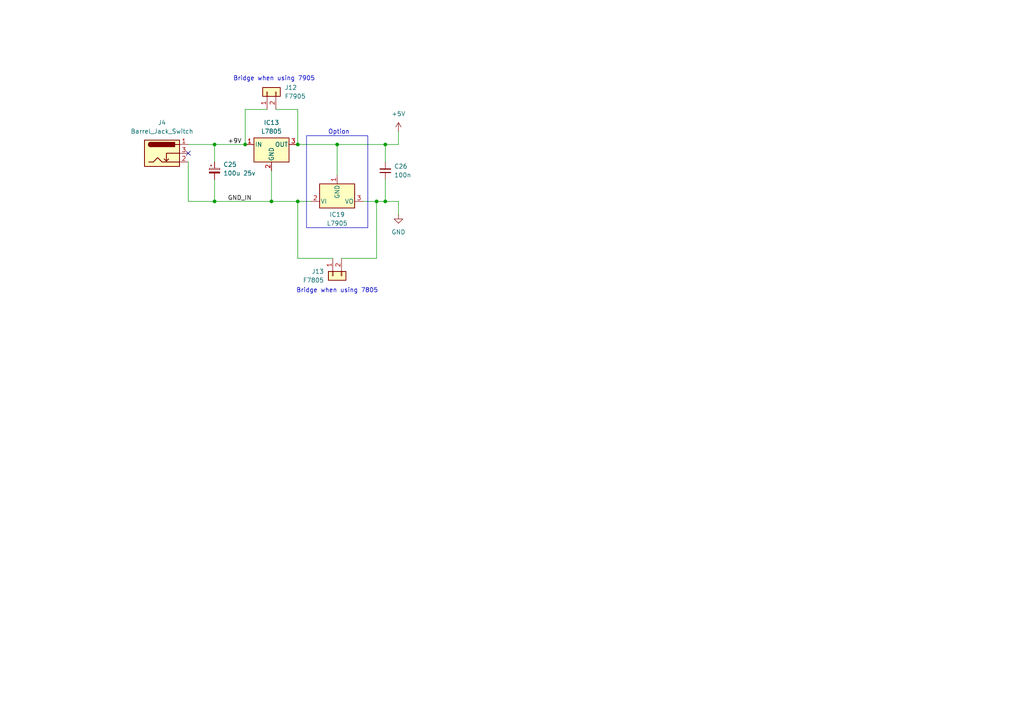
<source format=kicad_sch>
(kicad_sch
	(version 20231120)
	(generator "eeschema")
	(generator_version "8.0")
	(uuid "32a1b4d0-2cc6-4824-8a5b-dc3d3c773f76")
	(paper "A4")
	(lib_symbols
		(symbol "Connector:Barrel_Jack_Switch"
			(pin_names hide)
			(exclude_from_sim no)
			(in_bom yes)
			(on_board yes)
			(property "Reference" "J"
				(at 0 5.334 0)
				(effects
					(font
						(size 1.27 1.27)
					)
				)
			)
			(property "Value" "Barrel_Jack_Switch"
				(at 0 -5.08 0)
				(effects
					(font
						(size 1.27 1.27)
					)
				)
			)
			(property "Footprint" ""
				(at 1.27 -1.016 0)
				(effects
					(font
						(size 1.27 1.27)
					)
					(hide yes)
				)
			)
			(property "Datasheet" "~"
				(at 1.27 -1.016 0)
				(effects
					(font
						(size 1.27 1.27)
					)
					(hide yes)
				)
			)
			(property "Description" "DC Barrel Jack with an internal switch"
				(at 0 0 0)
				(effects
					(font
						(size 1.27 1.27)
					)
					(hide yes)
				)
			)
			(property "ki_keywords" "DC power barrel jack connector"
				(at 0 0 0)
				(effects
					(font
						(size 1.27 1.27)
					)
					(hide yes)
				)
			)
			(property "ki_fp_filters" "BarrelJack*"
				(at 0 0 0)
				(effects
					(font
						(size 1.27 1.27)
					)
					(hide yes)
				)
			)
			(symbol "Barrel_Jack_Switch_0_1"
				(rectangle
					(start -5.08 3.81)
					(end 5.08 -3.81)
					(stroke
						(width 0.254)
						(type default)
					)
					(fill
						(type background)
					)
				)
				(arc
					(start -3.302 3.175)
					(mid -3.9343 2.54)
					(end -3.302 1.905)
					(stroke
						(width 0.254)
						(type default)
					)
					(fill
						(type none)
					)
				)
				(arc
					(start -3.302 3.175)
					(mid -3.9343 2.54)
					(end -3.302 1.905)
					(stroke
						(width 0.254)
						(type default)
					)
					(fill
						(type outline)
					)
				)
				(polyline
					(pts
						(xy 1.27 -2.286) (xy 1.905 -1.651)
					)
					(stroke
						(width 0.254)
						(type default)
					)
					(fill
						(type none)
					)
				)
				(polyline
					(pts
						(xy 5.08 2.54) (xy 3.81 2.54)
					)
					(stroke
						(width 0.254)
						(type default)
					)
					(fill
						(type none)
					)
				)
				(polyline
					(pts
						(xy 5.08 0) (xy 1.27 0) (xy 1.27 -2.286) (xy 0.635 -1.651)
					)
					(stroke
						(width 0.254)
						(type default)
					)
					(fill
						(type none)
					)
				)
				(polyline
					(pts
						(xy -3.81 -2.54) (xy -2.54 -2.54) (xy -1.27 -1.27) (xy 0 -2.54) (xy 2.54 -2.54) (xy 5.08 -2.54)
					)
					(stroke
						(width 0.254)
						(type default)
					)
					(fill
						(type none)
					)
				)
				(rectangle
					(start 3.683 3.175)
					(end -3.302 1.905)
					(stroke
						(width 0.254)
						(type default)
					)
					(fill
						(type outline)
					)
				)
			)
			(symbol "Barrel_Jack_Switch_1_1"
				(pin passive line
					(at 7.62 2.54 180)
					(length 2.54)
					(name "~"
						(effects
							(font
								(size 1.27 1.27)
							)
						)
					)
					(number "1"
						(effects
							(font
								(size 1.27 1.27)
							)
						)
					)
				)
				(pin passive line
					(at 7.62 -2.54 180)
					(length 2.54)
					(name "~"
						(effects
							(font
								(size 1.27 1.27)
							)
						)
					)
					(number "2"
						(effects
							(font
								(size 1.27 1.27)
							)
						)
					)
				)
				(pin passive line
					(at 7.62 0 180)
					(length 2.54)
					(name "~"
						(effects
							(font
								(size 1.27 1.27)
							)
						)
					)
					(number "3"
						(effects
							(font
								(size 1.27 1.27)
							)
						)
					)
				)
			)
		)
		(symbol "Connector_Generic:Conn_01x02"
			(pin_names
				(offset 1.016) hide)
			(exclude_from_sim no)
			(in_bom yes)
			(on_board yes)
			(property "Reference" "J"
				(at 0 2.54 0)
				(effects
					(font
						(size 1.27 1.27)
					)
				)
			)
			(property "Value" "Conn_01x02"
				(at 0 -5.08 0)
				(effects
					(font
						(size 1.27 1.27)
					)
				)
			)
			(property "Footprint" ""
				(at 0 0 0)
				(effects
					(font
						(size 1.27 1.27)
					)
					(hide yes)
				)
			)
			(property "Datasheet" "~"
				(at 0 0 0)
				(effects
					(font
						(size 1.27 1.27)
					)
					(hide yes)
				)
			)
			(property "Description" "Generic connector, single row, 01x02, script generated (kicad-library-utils/schlib/autogen/connector/)"
				(at 0 0 0)
				(effects
					(font
						(size 1.27 1.27)
					)
					(hide yes)
				)
			)
			(property "ki_keywords" "connector"
				(at 0 0 0)
				(effects
					(font
						(size 1.27 1.27)
					)
					(hide yes)
				)
			)
			(property "ki_fp_filters" "Connector*:*_1x??_*"
				(at 0 0 0)
				(effects
					(font
						(size 1.27 1.27)
					)
					(hide yes)
				)
			)
			(symbol "Conn_01x02_1_1"
				(rectangle
					(start -1.27 -2.413)
					(end 0 -2.667)
					(stroke
						(width 0.1524)
						(type default)
					)
					(fill
						(type none)
					)
				)
				(rectangle
					(start -1.27 0.127)
					(end 0 -0.127)
					(stroke
						(width 0.1524)
						(type default)
					)
					(fill
						(type none)
					)
				)
				(rectangle
					(start -1.27 1.27)
					(end 1.27 -3.81)
					(stroke
						(width 0.254)
						(type default)
					)
					(fill
						(type background)
					)
				)
				(pin passive line
					(at -5.08 0 0)
					(length 3.81)
					(name "Pin_1"
						(effects
							(font
								(size 1.27 1.27)
							)
						)
					)
					(number "1"
						(effects
							(font
								(size 1.27 1.27)
							)
						)
					)
				)
				(pin passive line
					(at -5.08 -2.54 0)
					(length 3.81)
					(name "Pin_2"
						(effects
							(font
								(size 1.27 1.27)
							)
						)
					)
					(number "2"
						(effects
							(font
								(size 1.27 1.27)
							)
						)
					)
				)
			)
		)
		(symbol "Device:C_Polarized_Small"
			(pin_numbers hide)
			(pin_names
				(offset 0.254) hide)
			(exclude_from_sim no)
			(in_bom yes)
			(on_board yes)
			(property "Reference" "C"
				(at 0.254 1.778 0)
				(effects
					(font
						(size 1.27 1.27)
					)
					(justify left)
				)
			)
			(property "Value" "C_Polarized_Small"
				(at 0.254 -2.032 0)
				(effects
					(font
						(size 1.27 1.27)
					)
					(justify left)
				)
			)
			(property "Footprint" ""
				(at 0 0 0)
				(effects
					(font
						(size 1.27 1.27)
					)
					(hide yes)
				)
			)
			(property "Datasheet" "~"
				(at 0 0 0)
				(effects
					(font
						(size 1.27 1.27)
					)
					(hide yes)
				)
			)
			(property "Description" "Polarized capacitor, small symbol"
				(at 0 0 0)
				(effects
					(font
						(size 1.27 1.27)
					)
					(hide yes)
				)
			)
			(property "ki_keywords" "cap capacitor"
				(at 0 0 0)
				(effects
					(font
						(size 1.27 1.27)
					)
					(hide yes)
				)
			)
			(property "ki_fp_filters" "CP_*"
				(at 0 0 0)
				(effects
					(font
						(size 1.27 1.27)
					)
					(hide yes)
				)
			)
			(symbol "C_Polarized_Small_0_1"
				(rectangle
					(start -1.524 -0.3048)
					(end 1.524 -0.6858)
					(stroke
						(width 0)
						(type default)
					)
					(fill
						(type outline)
					)
				)
				(rectangle
					(start -1.524 0.6858)
					(end 1.524 0.3048)
					(stroke
						(width 0)
						(type default)
					)
					(fill
						(type none)
					)
				)
				(polyline
					(pts
						(xy -1.27 1.524) (xy -0.762 1.524)
					)
					(stroke
						(width 0)
						(type default)
					)
					(fill
						(type none)
					)
				)
				(polyline
					(pts
						(xy -1.016 1.27) (xy -1.016 1.778)
					)
					(stroke
						(width 0)
						(type default)
					)
					(fill
						(type none)
					)
				)
			)
			(symbol "C_Polarized_Small_1_1"
				(pin passive line
					(at 0 2.54 270)
					(length 1.8542)
					(name "~"
						(effects
							(font
								(size 1.27 1.27)
							)
						)
					)
					(number "1"
						(effects
							(font
								(size 1.27 1.27)
							)
						)
					)
				)
				(pin passive line
					(at 0 -2.54 90)
					(length 1.8542)
					(name "~"
						(effects
							(font
								(size 1.27 1.27)
							)
						)
					)
					(number "2"
						(effects
							(font
								(size 1.27 1.27)
							)
						)
					)
				)
			)
		)
		(symbol "Device:C_Small"
			(pin_numbers hide)
			(pin_names
				(offset 0.254) hide)
			(exclude_from_sim no)
			(in_bom yes)
			(on_board yes)
			(property "Reference" "C"
				(at 0.254 1.778 0)
				(effects
					(font
						(size 1.27 1.27)
					)
					(justify left)
				)
			)
			(property "Value" "C_Small"
				(at 0.254 -2.032 0)
				(effects
					(font
						(size 1.27 1.27)
					)
					(justify left)
				)
			)
			(property "Footprint" ""
				(at 0 0 0)
				(effects
					(font
						(size 1.27 1.27)
					)
					(hide yes)
				)
			)
			(property "Datasheet" "~"
				(at 0 0 0)
				(effects
					(font
						(size 1.27 1.27)
					)
					(hide yes)
				)
			)
			(property "Description" "Unpolarized capacitor, small symbol"
				(at 0 0 0)
				(effects
					(font
						(size 1.27 1.27)
					)
					(hide yes)
				)
			)
			(property "ki_keywords" "capacitor cap"
				(at 0 0 0)
				(effects
					(font
						(size 1.27 1.27)
					)
					(hide yes)
				)
			)
			(property "ki_fp_filters" "C_*"
				(at 0 0 0)
				(effects
					(font
						(size 1.27 1.27)
					)
					(hide yes)
				)
			)
			(symbol "C_Small_0_1"
				(polyline
					(pts
						(xy -1.524 -0.508) (xy 1.524 -0.508)
					)
					(stroke
						(width 0.3302)
						(type default)
					)
					(fill
						(type none)
					)
				)
				(polyline
					(pts
						(xy -1.524 0.508) (xy 1.524 0.508)
					)
					(stroke
						(width 0.3048)
						(type default)
					)
					(fill
						(type none)
					)
				)
			)
			(symbol "C_Small_1_1"
				(pin passive line
					(at 0 2.54 270)
					(length 2.032)
					(name "~"
						(effects
							(font
								(size 1.27 1.27)
							)
						)
					)
					(number "1"
						(effects
							(font
								(size 1.27 1.27)
							)
						)
					)
				)
				(pin passive line
					(at 0 -2.54 90)
					(length 2.032)
					(name "~"
						(effects
							(font
								(size 1.27 1.27)
							)
						)
					)
					(number "2"
						(effects
							(font
								(size 1.27 1.27)
							)
						)
					)
				)
			)
		)
		(symbol "Regulator_Linear:L7805"
			(pin_names
				(offset 0.254)
			)
			(exclude_from_sim no)
			(in_bom yes)
			(on_board yes)
			(property "Reference" "U"
				(at -3.81 3.175 0)
				(effects
					(font
						(size 1.27 1.27)
					)
				)
			)
			(property "Value" "L7805"
				(at 0 3.175 0)
				(effects
					(font
						(size 1.27 1.27)
					)
					(justify left)
				)
			)
			(property "Footprint" ""
				(at 0.635 -3.81 0)
				(effects
					(font
						(size 1.27 1.27)
						(italic yes)
					)
					(justify left)
					(hide yes)
				)
			)
			(property "Datasheet" "http://www.st.com/content/ccc/resource/technical/document/datasheet/41/4f/b3/b0/12/d4/47/88/CD00000444.pdf/files/CD00000444.pdf/jcr:content/translations/en.CD00000444.pdf"
				(at 0 -1.27 0)
				(effects
					(font
						(size 1.27 1.27)
					)
					(hide yes)
				)
			)
			(property "Description" "Positive 1.5A 35V Linear Regulator, Fixed Output 5V, TO-220/TO-263/TO-252"
				(at 0 0 0)
				(effects
					(font
						(size 1.27 1.27)
					)
					(hide yes)
				)
			)
			(property "ki_keywords" "Voltage Regulator 1.5A Positive"
				(at 0 0 0)
				(effects
					(font
						(size 1.27 1.27)
					)
					(hide yes)
				)
			)
			(property "ki_fp_filters" "TO?252* TO?263* TO?220*"
				(at 0 0 0)
				(effects
					(font
						(size 1.27 1.27)
					)
					(hide yes)
				)
			)
			(symbol "L7805_0_1"
				(rectangle
					(start -5.08 1.905)
					(end 5.08 -5.08)
					(stroke
						(width 0.254)
						(type default)
					)
					(fill
						(type background)
					)
				)
			)
			(symbol "L7805_1_1"
				(pin power_in line
					(at -7.62 0 0)
					(length 2.54)
					(name "IN"
						(effects
							(font
								(size 1.27 1.27)
							)
						)
					)
					(number "1"
						(effects
							(font
								(size 1.27 1.27)
							)
						)
					)
				)
				(pin power_in line
					(at 0 -7.62 90)
					(length 2.54)
					(name "GND"
						(effects
							(font
								(size 1.27 1.27)
							)
						)
					)
					(number "2"
						(effects
							(font
								(size 1.27 1.27)
							)
						)
					)
				)
				(pin power_out line
					(at 7.62 0 180)
					(length 2.54)
					(name "OUT"
						(effects
							(font
								(size 1.27 1.27)
							)
						)
					)
					(number "3"
						(effects
							(font
								(size 1.27 1.27)
							)
						)
					)
				)
			)
		)
		(symbol "Regulator_Linear:L7905"
			(pin_names
				(offset 0.254)
			)
			(exclude_from_sim no)
			(in_bom yes)
			(on_board yes)
			(property "Reference" "U"
				(at -3.81 -3.175 0)
				(effects
					(font
						(size 1.27 1.27)
					)
				)
			)
			(property "Value" "L7905"
				(at 0 -3.175 0)
				(effects
					(font
						(size 1.27 1.27)
					)
					(justify left)
				)
			)
			(property "Footprint" ""
				(at 0 -5.08 0)
				(effects
					(font
						(size 1.27 1.27)
						(italic yes)
					)
					(hide yes)
				)
			)
			(property "Datasheet" "http://www.st.com/content/ccc/resource/technical/document/datasheet/c9/16/86/41/c7/2b/45/f2/CD00000450.pdf/files/CD00000450.pdf/jcr:content/translations/en.CD00000450.pdf"
				(at 0 0 0)
				(effects
					(font
						(size 1.27 1.27)
					)
					(hide yes)
				)
			)
			(property "Description" "Negative 1.5A 35V Linear Regulator, Fixed Output -5V, TO-220/TO-263"
				(at 0 0 0)
				(effects
					(font
						(size 1.27 1.27)
					)
					(hide yes)
				)
			)
			(property "ki_keywords" "Voltage Regulator 1.5A Negative"
				(at 0 0 0)
				(effects
					(font
						(size 1.27 1.27)
					)
					(hide yes)
				)
			)
			(property "ki_fp_filters" "TO?220* TO?263*"
				(at 0 0 0)
				(effects
					(font
						(size 1.27 1.27)
					)
					(hide yes)
				)
			)
			(symbol "L7905_0_1"
				(rectangle
					(start -5.08 5.08)
					(end 5.08 -1.905)
					(stroke
						(width 0.254)
						(type default)
					)
					(fill
						(type background)
					)
				)
			)
			(symbol "L7905_1_1"
				(pin power_in line
					(at 0 7.62 270)
					(length 2.54)
					(name "GND"
						(effects
							(font
								(size 1.27 1.27)
							)
						)
					)
					(number "1"
						(effects
							(font
								(size 1.27 1.27)
							)
						)
					)
				)
				(pin power_in line
					(at -7.62 0 0)
					(length 2.54)
					(name "VI"
						(effects
							(font
								(size 1.27 1.27)
							)
						)
					)
					(number "2"
						(effects
							(font
								(size 1.27 1.27)
							)
						)
					)
				)
				(pin power_out line
					(at 7.62 0 180)
					(length 2.54)
					(name "VO"
						(effects
							(font
								(size 1.27 1.27)
							)
						)
					)
					(number "3"
						(effects
							(font
								(size 1.27 1.27)
							)
						)
					)
				)
			)
		)
		(symbol "power:+5V"
			(power)
			(pin_numbers hide)
			(pin_names
				(offset 0) hide)
			(exclude_from_sim no)
			(in_bom yes)
			(on_board yes)
			(property "Reference" "#PWR"
				(at 0 -3.81 0)
				(effects
					(font
						(size 1.27 1.27)
					)
					(hide yes)
				)
			)
			(property "Value" "+5V"
				(at 0 3.556 0)
				(effects
					(font
						(size 1.27 1.27)
					)
				)
			)
			(property "Footprint" ""
				(at 0 0 0)
				(effects
					(font
						(size 1.27 1.27)
					)
					(hide yes)
				)
			)
			(property "Datasheet" ""
				(at 0 0 0)
				(effects
					(font
						(size 1.27 1.27)
					)
					(hide yes)
				)
			)
			(property "Description" "Power symbol creates a global label with name \"+5V\""
				(at 0 0 0)
				(effects
					(font
						(size 1.27 1.27)
					)
					(hide yes)
				)
			)
			(property "ki_keywords" "global power"
				(at 0 0 0)
				(effects
					(font
						(size 1.27 1.27)
					)
					(hide yes)
				)
			)
			(symbol "+5V_0_1"
				(polyline
					(pts
						(xy -0.762 1.27) (xy 0 2.54)
					)
					(stroke
						(width 0)
						(type default)
					)
					(fill
						(type none)
					)
				)
				(polyline
					(pts
						(xy 0 0) (xy 0 2.54)
					)
					(stroke
						(width 0)
						(type default)
					)
					(fill
						(type none)
					)
				)
				(polyline
					(pts
						(xy 0 2.54) (xy 0.762 1.27)
					)
					(stroke
						(width 0)
						(type default)
					)
					(fill
						(type none)
					)
				)
			)
			(symbol "+5V_1_1"
				(pin power_in line
					(at 0 0 90)
					(length 0)
					(name "~"
						(effects
							(font
								(size 1.27 1.27)
							)
						)
					)
					(number "1"
						(effects
							(font
								(size 1.27 1.27)
							)
						)
					)
				)
			)
		)
		(symbol "power:GND"
			(power)
			(pin_numbers hide)
			(pin_names
				(offset 0) hide)
			(exclude_from_sim no)
			(in_bom yes)
			(on_board yes)
			(property "Reference" "#PWR"
				(at 0 -6.35 0)
				(effects
					(font
						(size 1.27 1.27)
					)
					(hide yes)
				)
			)
			(property "Value" "GND"
				(at 0 -3.81 0)
				(effects
					(font
						(size 1.27 1.27)
					)
				)
			)
			(property "Footprint" ""
				(at 0 0 0)
				(effects
					(font
						(size 1.27 1.27)
					)
					(hide yes)
				)
			)
			(property "Datasheet" ""
				(at 0 0 0)
				(effects
					(font
						(size 1.27 1.27)
					)
					(hide yes)
				)
			)
			(property "Description" "Power symbol creates a global label with name \"GND\" , ground"
				(at 0 0 0)
				(effects
					(font
						(size 1.27 1.27)
					)
					(hide yes)
				)
			)
			(property "ki_keywords" "global power"
				(at 0 0 0)
				(effects
					(font
						(size 1.27 1.27)
					)
					(hide yes)
				)
			)
			(symbol "GND_0_1"
				(polyline
					(pts
						(xy 0 0) (xy 0 -1.27) (xy 1.27 -1.27) (xy 0 -2.54) (xy -1.27 -1.27) (xy 0 -1.27)
					)
					(stroke
						(width 0)
						(type default)
					)
					(fill
						(type none)
					)
				)
			)
			(symbol "GND_1_1"
				(pin power_in line
					(at 0 0 270)
					(length 0)
					(name "~"
						(effects
							(font
								(size 1.27 1.27)
							)
						)
					)
					(number "1"
						(effects
							(font
								(size 1.27 1.27)
							)
						)
					)
				)
			)
		)
	)
	(junction
		(at 71.12 41.91)
		(diameter 0)
		(color 0 0 0 0)
		(uuid "21afd484-b88d-4c60-af76-0374b70994d6")
	)
	(junction
		(at 78.74 58.42)
		(diameter 0)
		(color 0 0 0 0)
		(uuid "39d806fc-ee99-482b-9380-a0f5f6ae1c15")
	)
	(junction
		(at 86.36 41.91)
		(diameter 0)
		(color 0 0 0 0)
		(uuid "7bffedc2-2c13-4ae1-8999-31ae03fc3fd4")
	)
	(junction
		(at 97.79 41.91)
		(diameter 0)
		(color 0 0 0 0)
		(uuid "8352f0e2-77af-4a7a-b530-95ea3b8e9107")
	)
	(junction
		(at 86.36 58.42)
		(diameter 0)
		(color 0 0 0 0)
		(uuid "9ea9b769-49aa-4601-81fa-cd9892b65581")
	)
	(junction
		(at 111.76 58.42)
		(diameter 0)
		(color 0 0 0 0)
		(uuid "c57041ab-2ebe-42f3-a960-00e7f0b86dd2")
	)
	(junction
		(at 62.23 41.91)
		(diameter 0)
		(color 0 0 0 0)
		(uuid "cc9b1d21-7c80-40d6-9c27-a2d1a705d4c6")
	)
	(junction
		(at 62.23 58.42)
		(diameter 0)
		(color 0 0 0 0)
		(uuid "dd168b96-70c3-44e6-8423-c5ff1956d0cb")
	)
	(junction
		(at 109.22 58.42)
		(diameter 0)
		(color 0 0 0 0)
		(uuid "f5bcd8ae-35a5-44c2-b9e5-b66b7f3cb51f")
	)
	(junction
		(at 111.76 41.91)
		(diameter 0)
		(color 0 0 0 0)
		(uuid "f5cb34d6-c46c-499d-a01c-f8840297682f")
	)
	(no_connect
		(at 54.61 44.45)
		(uuid "9aa91025-cfde-46bc-8481-d03225263482")
	)
	(wire
		(pts
			(xy 54.61 58.42) (xy 62.23 58.42)
		)
		(stroke
			(width 0)
			(type default)
		)
		(uuid "08136880-30a7-4bb4-98c0-f7d3e57f39d2")
	)
	(wire
		(pts
			(xy 71.12 31.75) (xy 77.47 31.75)
		)
		(stroke
			(width 0)
			(type default)
		)
		(uuid "0d6e37c2-106a-4b9c-8987-07427ddd86f3")
	)
	(wire
		(pts
			(xy 86.36 58.42) (xy 90.17 58.42)
		)
		(stroke
			(width 0)
			(type default)
		)
		(uuid "2305d34b-4b22-4f8d-bf90-9017116847ee")
	)
	(wire
		(pts
			(xy 86.36 31.75) (xy 86.36 41.91)
		)
		(stroke
			(width 0)
			(type default)
		)
		(uuid "24a80e7f-e37e-4462-acef-34dd760dae64")
	)
	(wire
		(pts
			(xy 111.76 46.99) (xy 111.76 41.91)
		)
		(stroke
			(width 0)
			(type default)
		)
		(uuid "24c7d6f6-fb79-4747-a64c-6bc4ae6bcc6f")
	)
	(wire
		(pts
			(xy 78.74 58.42) (xy 86.36 58.42)
		)
		(stroke
			(width 0)
			(type default)
		)
		(uuid "32cf6610-c883-402e-96f1-f5e8aa79d8a9")
	)
	(wire
		(pts
			(xy 54.61 46.99) (xy 54.61 58.42)
		)
		(stroke
			(width 0)
			(type default)
		)
		(uuid "4063714e-6924-4fc3-b33d-43d84a894a95")
	)
	(wire
		(pts
			(xy 86.36 74.93) (xy 96.52 74.93)
		)
		(stroke
			(width 0)
			(type default)
		)
		(uuid "49c22e99-31ba-45e1-9685-6d9c598d572f")
	)
	(wire
		(pts
			(xy 111.76 41.91) (xy 115.57 41.91)
		)
		(stroke
			(width 0)
			(type default)
		)
		(uuid "540c3a71-8950-4c3c-a023-60e4556fe42f")
	)
	(wire
		(pts
			(xy 99.06 74.93) (xy 109.22 74.93)
		)
		(stroke
			(width 0)
			(type default)
		)
		(uuid "6a985d72-fe19-40d4-90b6-71d11298fa5d")
	)
	(wire
		(pts
			(xy 62.23 41.91) (xy 71.12 41.91)
		)
		(stroke
			(width 0)
			(type default)
		)
		(uuid "6f8a2db6-eb65-409e-8d49-368200caa0e1")
	)
	(wire
		(pts
			(xy 111.76 52.07) (xy 111.76 58.42)
		)
		(stroke
			(width 0)
			(type default)
		)
		(uuid "700fbc94-f451-4cdd-a3a3-ce666b20acfc")
	)
	(wire
		(pts
			(xy 62.23 41.91) (xy 62.23 46.99)
		)
		(stroke
			(width 0)
			(type default)
		)
		(uuid "7269e08e-3654-475b-b247-daedb208aac4")
	)
	(wire
		(pts
			(xy 109.22 74.93) (xy 109.22 58.42)
		)
		(stroke
			(width 0)
			(type default)
		)
		(uuid "7aefd7b1-9382-418d-a0d2-f1b2a529366d")
	)
	(wire
		(pts
			(xy 111.76 58.42) (xy 115.57 58.42)
		)
		(stroke
			(width 0)
			(type default)
		)
		(uuid "7c1837f0-df1a-4554-a19a-af46a07f78f9")
	)
	(wire
		(pts
			(xy 97.79 41.91) (xy 97.79 50.8)
		)
		(stroke
			(width 0)
			(type default)
		)
		(uuid "8835a017-2362-4fdb-98f1-654ce5d8bb2d")
	)
	(wire
		(pts
			(xy 86.36 41.91) (xy 97.79 41.91)
		)
		(stroke
			(width 0)
			(type default)
		)
		(uuid "89f2e7c9-dcc4-4537-9ce0-0eea5c65fa3e")
	)
	(wire
		(pts
			(xy 105.41 58.42) (xy 109.22 58.42)
		)
		(stroke
			(width 0)
			(type default)
		)
		(uuid "8e646e3f-9cb0-46ae-90ec-ec320dc37648")
	)
	(wire
		(pts
			(xy 71.12 31.75) (xy 71.12 41.91)
		)
		(stroke
			(width 0)
			(type default)
		)
		(uuid "8fa45e9c-3e2f-42ff-8818-336a8842cf7f")
	)
	(wire
		(pts
			(xy 80.01 31.75) (xy 86.36 31.75)
		)
		(stroke
			(width 0)
			(type default)
		)
		(uuid "9dd4d1c0-b2de-4620-bfc7-b6cfba6357ae")
	)
	(wire
		(pts
			(xy 115.57 58.42) (xy 115.57 62.23)
		)
		(stroke
			(width 0)
			(type default)
		)
		(uuid "9e568397-d6a8-41b4-b2aa-99dc58b7b994")
	)
	(wire
		(pts
			(xy 62.23 58.42) (xy 78.74 58.42)
		)
		(stroke
			(width 0)
			(type default)
		)
		(uuid "a32fc747-e5e2-42fa-b01b-ee36f9ec49c5")
	)
	(wire
		(pts
			(xy 97.79 41.91) (xy 111.76 41.91)
		)
		(stroke
			(width 0)
			(type default)
		)
		(uuid "a971c51c-f62b-41b4-b84c-a87b68dff8c5")
	)
	(wire
		(pts
			(xy 78.74 49.53) (xy 78.74 58.42)
		)
		(stroke
			(width 0)
			(type default)
		)
		(uuid "b464f5ff-3a88-4527-b9b2-ba487262cb38")
	)
	(wire
		(pts
			(xy 115.57 38.1) (xy 115.57 41.91)
		)
		(stroke
			(width 0)
			(type default)
		)
		(uuid "b807ba0e-1bea-496f-8637-9c309bb37d19")
	)
	(wire
		(pts
			(xy 86.36 74.93) (xy 86.36 58.42)
		)
		(stroke
			(width 0)
			(type default)
		)
		(uuid "c36f53a2-84ba-4775-940a-84bef3abef78")
	)
	(wire
		(pts
			(xy 109.22 58.42) (xy 111.76 58.42)
		)
		(stroke
			(width 0)
			(type default)
		)
		(uuid "d8281820-93b7-4f95-8505-b21e7095c34a")
	)
	(wire
		(pts
			(xy 62.23 52.07) (xy 62.23 58.42)
		)
		(stroke
			(width 0)
			(type default)
		)
		(uuid "d9bd6d52-cc99-41d1-b248-56b1a879a87c")
	)
	(wire
		(pts
			(xy 54.61 41.91) (xy 62.23 41.91)
		)
		(stroke
			(width 0)
			(type default)
		)
		(uuid "fb49d38b-015f-4a76-b983-105cc68d4534")
	)
	(rectangle
		(start 88.9 39.37)
		(end 106.68 66.04)
		(stroke
			(width 0)
			(type default)
		)
		(fill
			(type none)
		)
		(uuid f568c89b-6901-41cc-8d75-de536f872f59)
	)
	(text "Bridge when using 7805"
		(exclude_from_sim no)
		(at 97.79 84.328 0)
		(effects
			(font
				(size 1.27 1.27)
			)
		)
		(uuid "0ee8d852-e970-4c48-a2f9-4203e803dec0")
	)
	(text "Option"
		(exclude_from_sim no)
		(at 98.298 38.354 0)
		(effects
			(font
				(size 1.27 1.27)
			)
		)
		(uuid "329db460-ef68-485c-b039-bf070aa907cd")
	)
	(text "Bridge when using 7905"
		(exclude_from_sim no)
		(at 79.502 22.86 0)
		(effects
			(font
				(size 1.27 1.27)
			)
		)
		(uuid "5b2c12aa-7350-4d12-a764-032748424aa7")
	)
	(label "GND_IN"
		(at 66.04 58.42 0)
		(fields_autoplaced yes)
		(effects
			(font
				(size 1.27 1.27)
			)
			(justify left bottom)
		)
		(uuid "19e7b279-2b03-45d8-b5be-6bb5bc6d7a53")
	)
	(label "+9V"
		(at 66.04 41.91 0)
		(fields_autoplaced yes)
		(effects
			(font
				(size 1.27 1.27)
			)
			(justify left bottom)
		)
		(uuid "e7936874-0421-4393-8dd2-4d1c3c9ac695")
	)
	(symbol
		(lib_id "Regulator_Linear:L7905")
		(at 97.79 58.42 0)
		(unit 1)
		(exclude_from_sim no)
		(in_bom yes)
		(on_board yes)
		(dnp no)
		(fields_autoplaced yes)
		(uuid "2bdac2b3-1395-40f8-b78e-f49f5962abd4")
		(property "Reference" "IC19"
			(at 97.79 62.23 0)
			(effects
				(font
					(size 1.27 1.27)
				)
			)
		)
		(property "Value" "L7905"
			(at 97.79 64.77 0)
			(effects
				(font
					(size 1.27 1.27)
				)
			)
		)
		(property "Footprint" "Package_TO_SOT_THT:TO-220-3_Vertical"
			(at 97.79 63.5 0)
			(effects
				(font
					(size 1.27 1.27)
					(italic yes)
				)
				(hide yes)
			)
		)
		(property "Datasheet" "http://www.st.com/content/ccc/resource/technical/document/datasheet/c9/16/86/41/c7/2b/45/f2/CD00000450.pdf/files/CD00000450.pdf/jcr:content/translations/en.CD00000450.pdf"
			(at 97.79 58.42 0)
			(effects
				(font
					(size 1.27 1.27)
				)
				(hide yes)
			)
		)
		(property "Description" "Negative 1.5A 35V Linear Regulator, Fixed Output -5V, TO-220/TO-263"
			(at 97.79 58.42 0)
			(effects
				(font
					(size 1.27 1.27)
				)
				(hide yes)
			)
		)
		(pin "2"
			(uuid "9e644b50-f433-4581-aa22-3708f14bdeac")
		)
		(pin "1"
			(uuid "f289b57c-c086-4705-b393-0b7550e5d0de")
		)
		(pin "3"
			(uuid "aef892bd-ec0c-4798-962c-4f090c5adfcf")
		)
		(instances
			(project ""
				(path "/28c317e7-0d18-4677-9992-e0b587dfd665/e59da54a-85a9-4981-85ac-1f16e6e64ac9"
					(reference "IC19")
					(unit 1)
				)
			)
		)
	)
	(symbol
		(lib_id "Connector_Generic:Conn_01x02")
		(at 77.47 26.67 90)
		(unit 1)
		(exclude_from_sim no)
		(in_bom yes)
		(on_board yes)
		(dnp no)
		(fields_autoplaced yes)
		(uuid "4731572d-91b4-4ab0-87a7-d07106d39fc0")
		(property "Reference" "J12"
			(at 82.55 25.3999 90)
			(effects
				(font
					(size 1.27 1.27)
				)
				(justify right)
			)
		)
		(property "Value" "F7905"
			(at 82.55 27.9399 90)
			(effects
				(font
					(size 1.27 1.27)
				)
				(justify right)
			)
		)
		(property "Footprint" "Connector_PinHeader_2.54mm:PinHeader_1x02_P2.54mm_Vertical"
			(at 77.47 26.67 0)
			(effects
				(font
					(size 1.27 1.27)
				)
				(hide yes)
			)
		)
		(property "Datasheet" "~"
			(at 77.47 26.67 0)
			(effects
				(font
					(size 1.27 1.27)
				)
				(hide yes)
			)
		)
		(property "Description" "Generic connector, single row, 01x02, script generated (kicad-library-utils/schlib/autogen/connector/)"
			(at 77.47 26.67 0)
			(effects
				(font
					(size 1.27 1.27)
				)
				(hide yes)
			)
		)
		(pin "1"
			(uuid "784391b0-f009-47bc-b415-2df9e2b5faf5")
		)
		(pin "2"
			(uuid "6501ead9-2068-4287-86b1-57bcefae7d8d")
		)
		(instances
			(project ""
				(path "/28c317e7-0d18-4677-9992-e0b587dfd665/e59da54a-85a9-4981-85ac-1f16e6e64ac9"
					(reference "J12")
					(unit 1)
				)
			)
		)
	)
	(symbol
		(lib_id "power:+5V")
		(at 115.57 38.1 0)
		(unit 1)
		(exclude_from_sim no)
		(in_bom yes)
		(on_board yes)
		(dnp no)
		(fields_autoplaced yes)
		(uuid "4f00bc19-2a8e-4d44-a217-a1b65d6c9f72")
		(property "Reference" "#PWR080"
			(at 115.57 41.91 0)
			(effects
				(font
					(size 1.27 1.27)
				)
				(hide yes)
			)
		)
		(property "Value" "+5V"
			(at 115.57 33.02 0)
			(effects
				(font
					(size 1.27 1.27)
				)
			)
		)
		(property "Footprint" ""
			(at 115.57 38.1 0)
			(effects
				(font
					(size 1.27 1.27)
				)
				(hide yes)
			)
		)
		(property "Datasheet" ""
			(at 115.57 38.1 0)
			(effects
				(font
					(size 1.27 1.27)
				)
				(hide yes)
			)
		)
		(property "Description" "Power symbol creates a global label with name \"+5V\""
			(at 115.57 38.1 0)
			(effects
				(font
					(size 1.27 1.27)
				)
				(hide yes)
			)
		)
		(pin "1"
			(uuid "aaec5ae5-52cd-4ca6-8215-aafcc828d920")
		)
		(instances
			(project ""
				(path "/28c317e7-0d18-4677-9992-e0b587dfd665/e59da54a-85a9-4981-85ac-1f16e6e64ac9"
					(reference "#PWR080")
					(unit 1)
				)
			)
		)
	)
	(symbol
		(lib_id "power:GND")
		(at 115.57 62.23 0)
		(unit 1)
		(exclude_from_sim no)
		(in_bom yes)
		(on_board yes)
		(dnp no)
		(fields_autoplaced yes)
		(uuid "8495d7e2-570e-4473-9f1f-0bd2ef3a38e6")
		(property "Reference" "#PWR079"
			(at 115.57 68.58 0)
			(effects
				(font
					(size 1.27 1.27)
				)
				(hide yes)
			)
		)
		(property "Value" "GND"
			(at 115.57 67.31 0)
			(effects
				(font
					(size 1.27 1.27)
				)
			)
		)
		(property "Footprint" ""
			(at 115.57 62.23 0)
			(effects
				(font
					(size 1.27 1.27)
				)
				(hide yes)
			)
		)
		(property "Datasheet" ""
			(at 115.57 62.23 0)
			(effects
				(font
					(size 1.27 1.27)
				)
				(hide yes)
			)
		)
		(property "Description" "Power symbol creates a global label with name \"GND\" , ground"
			(at 115.57 62.23 0)
			(effects
				(font
					(size 1.27 1.27)
				)
				(hide yes)
			)
		)
		(pin "1"
			(uuid "23fc297d-47ca-451d-9d7a-db0ec9ba048f")
		)
		(instances
			(project ""
				(path "/28c317e7-0d18-4677-9992-e0b587dfd665/e59da54a-85a9-4981-85ac-1f16e6e64ac9"
					(reference "#PWR079")
					(unit 1)
				)
			)
		)
	)
	(symbol
		(lib_id "Connector_Generic:Conn_01x02")
		(at 96.52 80.01 90)
		(mirror x)
		(unit 1)
		(exclude_from_sim no)
		(in_bom yes)
		(on_board yes)
		(dnp no)
		(uuid "b82b4a6d-baed-44db-9e66-50e59fdefbab")
		(property "Reference" "J13"
			(at 93.98 78.7399 90)
			(effects
				(font
					(size 1.27 1.27)
				)
				(justify left)
			)
		)
		(property "Value" "F7805"
			(at 93.98 81.2799 90)
			(effects
				(font
					(size 1.27 1.27)
				)
				(justify left)
			)
		)
		(property "Footprint" "Connector_PinHeader_2.54mm:PinHeader_1x02_P2.54mm_Vertical"
			(at 96.52 80.01 0)
			(effects
				(font
					(size 1.27 1.27)
				)
				(hide yes)
			)
		)
		(property "Datasheet" "~"
			(at 96.52 80.01 0)
			(effects
				(font
					(size 1.27 1.27)
				)
				(hide yes)
			)
		)
		(property "Description" "Generic connector, single row, 01x02, script generated (kicad-library-utils/schlib/autogen/connector/)"
			(at 96.52 80.01 0)
			(effects
				(font
					(size 1.27 1.27)
				)
				(hide yes)
			)
		)
		(pin "1"
			(uuid "6c11c23c-5ffa-46fd-9e6f-4bc29c436d0e")
		)
		(pin "2"
			(uuid "f59e016c-7ac7-4860-8929-18dc9c2b5fe7")
		)
		(instances
			(project "MetaphoricV2"
				(path "/28c317e7-0d18-4677-9992-e0b587dfd665/e59da54a-85a9-4981-85ac-1f16e6e64ac9"
					(reference "J13")
					(unit 1)
				)
			)
		)
	)
	(symbol
		(lib_id "Device:C_Polarized_Small")
		(at 62.23 49.53 0)
		(unit 1)
		(exclude_from_sim no)
		(in_bom yes)
		(on_board yes)
		(dnp no)
		(fields_autoplaced yes)
		(uuid "c4244eb1-57bb-4c7c-850a-374050c36891")
		(property "Reference" "C25"
			(at 64.77 47.7138 0)
			(effects
				(font
					(size 1.27 1.27)
				)
				(justify left)
			)
		)
		(property "Value" "100u 25v"
			(at 64.77 50.2538 0)
			(effects
				(font
					(size 1.27 1.27)
				)
				(justify left)
			)
		)
		(property "Footprint" "Capacitor_THT:CP_Radial_D8.0mm_P3.50mm"
			(at 62.23 49.53 0)
			(effects
				(font
					(size 1.27 1.27)
				)
				(hide yes)
			)
		)
		(property "Datasheet" "~"
			(at 62.23 49.53 0)
			(effects
				(font
					(size 1.27 1.27)
				)
				(hide yes)
			)
		)
		(property "Description" "Polarized capacitor, small symbol"
			(at 62.23 49.53 0)
			(effects
				(font
					(size 1.27 1.27)
				)
				(hide yes)
			)
		)
		(pin "1"
			(uuid "b535a542-b21c-4526-a133-de6fbb08c4df")
		)
		(pin "2"
			(uuid "75f1f856-14fa-4c88-b6d0-d4567e45dc2f")
		)
		(instances
			(project ""
				(path "/28c317e7-0d18-4677-9992-e0b587dfd665/e59da54a-85a9-4981-85ac-1f16e6e64ac9"
					(reference "C25")
					(unit 1)
				)
			)
		)
	)
	(symbol
		(lib_id "Connector:Barrel_Jack_Switch")
		(at 46.99 44.45 0)
		(unit 1)
		(exclude_from_sim no)
		(in_bom yes)
		(on_board yes)
		(dnp no)
		(fields_autoplaced yes)
		(uuid "caf826b9-e4bc-4a91-8386-f830842cd656")
		(property "Reference" "J4"
			(at 46.99 35.56 0)
			(effects
				(font
					(size 1.27 1.27)
				)
			)
		)
		(property "Value" "Barrel_Jack_Switch"
			(at 46.99 38.1 0)
			(effects
				(font
					(size 1.27 1.27)
				)
			)
		)
		(property "Footprint" "Connector_BarrelJack:BarrelJack_Horizontal"
			(at 48.26 45.466 0)
			(effects
				(font
					(size 1.27 1.27)
				)
				(hide yes)
			)
		)
		(property "Datasheet" "~"
			(at 48.26 45.466 0)
			(effects
				(font
					(size 1.27 1.27)
				)
				(hide yes)
			)
		)
		(property "Description" "DC Barrel Jack with an internal switch"
			(at 46.99 44.45 0)
			(effects
				(font
					(size 1.27 1.27)
				)
				(hide yes)
			)
		)
		(pin "3"
			(uuid "a6fbf4b3-341d-4fdc-966e-a0e69146ca8d")
		)
		(pin "2"
			(uuid "5b7d8863-d864-46be-8775-6737e09ea608")
		)
		(pin "1"
			(uuid "e3bc1176-ff28-40f7-b90e-0f5b1de9ef20")
		)
		(instances
			(project ""
				(path "/28c317e7-0d18-4677-9992-e0b587dfd665/e59da54a-85a9-4981-85ac-1f16e6e64ac9"
					(reference "J4")
					(unit 1)
				)
			)
		)
	)
	(symbol
		(lib_id "Device:C_Small")
		(at 111.76 49.53 180)
		(unit 1)
		(exclude_from_sim no)
		(in_bom yes)
		(on_board yes)
		(dnp no)
		(fields_autoplaced yes)
		(uuid "ce18e620-08bb-4044-83b1-c83611698d6b")
		(property "Reference" "C26"
			(at 114.3 48.2535 0)
			(effects
				(font
					(size 1.27 1.27)
				)
				(justify right)
			)
		)
		(property "Value" "100n"
			(at 114.3 50.7935 0)
			(effects
				(font
					(size 1.27 1.27)
				)
				(justify right)
			)
		)
		(property "Footprint" "Capacitor_THT:C_Disc_D5.0mm_W2.5mm_P5.00mm"
			(at 111.76 49.53 0)
			(effects
				(font
					(size 1.27 1.27)
				)
				(hide yes)
			)
		)
		(property "Datasheet" "~"
			(at 111.76 49.53 0)
			(effects
				(font
					(size 1.27 1.27)
				)
				(hide yes)
			)
		)
		(property "Description" "Unpolarized capacitor, small symbol"
			(at 111.76 49.53 0)
			(effects
				(font
					(size 1.27 1.27)
				)
				(hide yes)
			)
		)
		(pin "1"
			(uuid "9776eb70-ba18-4c76-962e-ab8353480b21")
		)
		(pin "2"
			(uuid "fef5f9e7-0d0e-4a3f-bc0f-db054e37311b")
		)
		(instances
			(project "Oriclone"
				(path "/28c317e7-0d18-4677-9992-e0b587dfd665/e59da54a-85a9-4981-85ac-1f16e6e64ac9"
					(reference "C26")
					(unit 1)
				)
			)
		)
	)
	(symbol
		(lib_id "Regulator_Linear:L7805")
		(at 78.74 41.91 0)
		(unit 1)
		(exclude_from_sim no)
		(in_bom yes)
		(on_board yes)
		(dnp no)
		(fields_autoplaced yes)
		(uuid "fd826ccd-aff1-4d61-ba47-00d83952c1b6")
		(property "Reference" "IC13"
			(at 78.74 35.56 0)
			(effects
				(font
					(size 1.27 1.27)
				)
			)
		)
		(property "Value" "L7805"
			(at 78.74 38.1 0)
			(effects
				(font
					(size 1.27 1.27)
				)
			)
		)
		(property "Footprint" "Package_TO_SOT_THT:TO-220-3_Vertical"
			(at 79.375 45.72 0)
			(effects
				(font
					(size 1.27 1.27)
					(italic yes)
				)
				(justify left)
				(hide yes)
			)
		)
		(property "Datasheet" "http://www.st.com/content/ccc/resource/technical/document/datasheet/41/4f/b3/b0/12/d4/47/88/CD00000444.pdf/files/CD00000444.pdf/jcr:content/translations/en.CD00000444.pdf"
			(at 78.74 43.18 0)
			(effects
				(font
					(size 1.27 1.27)
				)
				(hide yes)
			)
		)
		(property "Description" "Positive 1.5A 35V Linear Regulator, Fixed Output 5V, TO-220/TO-263/TO-252"
			(at 78.74 41.91 0)
			(effects
				(font
					(size 1.27 1.27)
				)
				(hide yes)
			)
		)
		(pin "3"
			(uuid "bbd54e72-601c-41e2-81d3-7e8f63007a0c")
		)
		(pin "2"
			(uuid "8a5b07de-bb80-4fd3-81d7-fe8281e5e90c")
		)
		(pin "1"
			(uuid "099b735d-c6b3-4421-b770-2f37ae07129c")
		)
		(instances
			(project ""
				(path "/28c317e7-0d18-4677-9992-e0b587dfd665/e59da54a-85a9-4981-85ac-1f16e6e64ac9"
					(reference "IC13")
					(unit 1)
				)
			)
		)
	)
)

</source>
